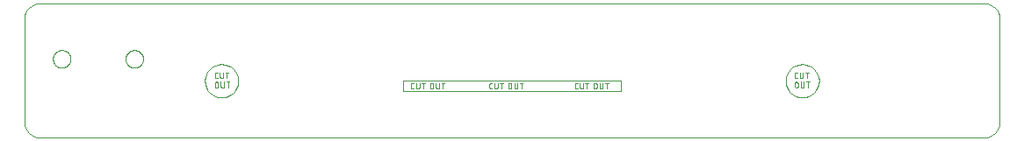
<source format=gbp>
G04 EAGLE Gerber RS-274X export*
G75*
%MOMM*%
%FSLAX34Y34*%
%LPD*%
%INSolder paste bottom*%
%IPPOS*%
%AMOC8*
5,1,8,0,0,1.08239X$1,22.5*%
G01*
%ADD10C,0.001000*%
%ADD11C,0.050800*%
%ADD12C,0.000000*%


D10*
X23631Y143928D02*
X933481Y143928D01*
X936509Y143620D01*
X939335Y142739D01*
X941895Y141345D01*
X944128Y139500D01*
X945973Y137267D01*
X947367Y134707D01*
X948248Y131881D01*
X948556Y128853D01*
X948556Y29003D01*
X948248Y25975D01*
X947367Y23149D01*
X945973Y20589D01*
X944128Y18356D01*
X941895Y16511D01*
X939335Y15117D01*
X936509Y14236D01*
X933481Y13928D01*
X23631Y13928D01*
X20603Y14236D01*
X17777Y15117D01*
X15217Y16511D01*
X12984Y18356D01*
X11139Y20589D01*
X9745Y23149D01*
X8864Y25975D01*
X8556Y29003D01*
X8556Y128853D01*
X8864Y131881D01*
X9745Y134707D01*
X11139Y137267D01*
X12984Y139500D01*
X15217Y141345D01*
X17777Y142739D01*
X20603Y143620D01*
X23631Y143928D01*
X758556Y84978D02*
X761791Y84652D01*
X764803Y83717D01*
X767530Y82237D01*
X769905Y80277D01*
X771865Y77902D01*
X773345Y75175D01*
X774280Y72163D01*
X774606Y68928D01*
X774280Y65693D01*
X773345Y62681D01*
X771865Y59954D01*
X769905Y57579D01*
X767530Y55619D01*
X764803Y54139D01*
X761791Y53204D01*
X758556Y52878D01*
X755321Y53204D01*
X752309Y54139D01*
X749582Y55619D01*
X747207Y57579D01*
X745247Y59954D01*
X743767Y62681D01*
X742832Y65693D01*
X742506Y68928D01*
X742832Y72163D01*
X743767Y75175D01*
X745247Y77902D01*
X747207Y80277D01*
X749582Y82237D01*
X752309Y83717D01*
X755321Y84652D01*
X758556Y84978D01*
X201791Y84652D02*
X198556Y84978D01*
X201791Y84652D02*
X204803Y83717D01*
X207530Y82237D01*
X209905Y80277D01*
X211865Y77902D01*
X213345Y75175D01*
X214280Y72163D01*
X214606Y68928D01*
X214280Y65693D01*
X213345Y62681D01*
X211865Y59954D01*
X209905Y57579D01*
X207530Y55619D01*
X204803Y54139D01*
X201791Y53204D01*
X198556Y52878D01*
X195321Y53204D01*
X192309Y54139D01*
X189582Y55619D01*
X187207Y57579D01*
X185247Y59954D01*
X183767Y62681D01*
X182832Y65693D01*
X182506Y68928D01*
X182832Y72163D01*
X183767Y75175D01*
X185247Y77902D01*
X187207Y80277D01*
X189582Y82237D01*
X192309Y83717D01*
X195321Y84652D01*
X198556Y84978D01*
X373556Y58928D02*
X583556Y58928D01*
X583556Y68928D01*
X373556Y68928D01*
X373556Y58928D01*
X755425Y84670D02*
X758556Y84978D01*
X755425Y84670D02*
X752414Y83756D01*
X749639Y82273D01*
X747207Y80277D01*
X745211Y77845D01*
X743728Y75070D01*
X742814Y72059D01*
X742506Y68928D01*
X742814Y65797D01*
X743728Y62786D01*
X745211Y60011D01*
X747207Y57579D01*
X749639Y55583D01*
X752414Y54100D01*
X755425Y53186D01*
X758556Y52878D01*
X761687Y53186D01*
X764698Y54100D01*
X767473Y55583D01*
X769905Y57579D01*
X771901Y60011D01*
X773384Y62786D01*
X774298Y65797D01*
X774606Y68928D01*
X774298Y72059D01*
X773384Y75070D01*
X771901Y77845D01*
X769905Y80277D01*
X767473Y82273D01*
X764698Y83756D01*
X761687Y84670D01*
X758556Y84978D01*
X198556Y84978D02*
X195425Y84670D01*
X192414Y83756D01*
X189639Y82273D01*
X187207Y80277D01*
X185211Y77845D01*
X183728Y75070D01*
X182814Y72059D01*
X182506Y68928D01*
X182814Y65797D01*
X183728Y62786D01*
X185211Y60011D01*
X187207Y57579D01*
X189639Y55583D01*
X192414Y54100D01*
X195425Y53186D01*
X198556Y52878D01*
X201687Y53186D01*
X204698Y54100D01*
X207473Y55583D01*
X209905Y57579D01*
X211901Y60011D01*
X213384Y62786D01*
X214298Y65797D01*
X214606Y68928D01*
X214298Y72059D01*
X213384Y75070D01*
X211901Y77845D01*
X209905Y80277D01*
X207473Y82273D01*
X204698Y83756D01*
X201687Y84670D01*
X198556Y84978D01*
D11*
X194738Y71398D02*
X193496Y71398D01*
X193426Y71400D01*
X193357Y71406D01*
X193288Y71416D01*
X193220Y71429D01*
X193152Y71447D01*
X193086Y71468D01*
X193021Y71493D01*
X192957Y71521D01*
X192895Y71553D01*
X192835Y71588D01*
X192777Y71627D01*
X192722Y71669D01*
X192668Y71714D01*
X192618Y71762D01*
X192570Y71812D01*
X192525Y71866D01*
X192483Y71921D01*
X192444Y71979D01*
X192409Y72039D01*
X192377Y72101D01*
X192349Y72165D01*
X192324Y72230D01*
X192303Y72296D01*
X192285Y72364D01*
X192272Y72432D01*
X192262Y72501D01*
X192256Y72570D01*
X192254Y72640D01*
X192254Y75744D01*
X192256Y75814D01*
X192262Y75883D01*
X192272Y75952D01*
X192285Y76020D01*
X192303Y76088D01*
X192324Y76154D01*
X192349Y76219D01*
X192377Y76283D01*
X192409Y76345D01*
X192444Y76405D01*
X192483Y76463D01*
X192525Y76518D01*
X192570Y76572D01*
X192618Y76622D01*
X192668Y76670D01*
X192722Y76715D01*
X192777Y76757D01*
X192835Y76796D01*
X192895Y76831D01*
X192957Y76863D01*
X193021Y76891D01*
X193086Y76916D01*
X193152Y76937D01*
X193220Y76955D01*
X193288Y76968D01*
X193357Y76978D01*
X193426Y76984D01*
X193496Y76986D01*
X194738Y76986D01*
X197025Y76986D02*
X197025Y72950D01*
X197027Y72873D01*
X197033Y72795D01*
X197042Y72719D01*
X197056Y72642D01*
X197073Y72567D01*
X197094Y72493D01*
X197119Y72419D01*
X197147Y72347D01*
X197179Y72277D01*
X197214Y72208D01*
X197253Y72141D01*
X197295Y72076D01*
X197340Y72013D01*
X197388Y71952D01*
X197439Y71894D01*
X197493Y71839D01*
X197550Y71786D01*
X197609Y71737D01*
X197671Y71690D01*
X197735Y71646D01*
X197801Y71606D01*
X197869Y71569D01*
X197939Y71535D01*
X198010Y71505D01*
X198083Y71479D01*
X198157Y71456D01*
X198232Y71437D01*
X198307Y71422D01*
X198384Y71410D01*
X198461Y71402D01*
X198538Y71398D01*
X198616Y71398D01*
X198693Y71402D01*
X198770Y71410D01*
X198847Y71422D01*
X198922Y71437D01*
X198997Y71456D01*
X199071Y71479D01*
X199144Y71505D01*
X199215Y71535D01*
X199285Y71569D01*
X199353Y71606D01*
X199419Y71646D01*
X199483Y71690D01*
X199545Y71737D01*
X199604Y71786D01*
X199661Y71839D01*
X199715Y71894D01*
X199766Y71952D01*
X199814Y72013D01*
X199859Y72076D01*
X199901Y72141D01*
X199940Y72208D01*
X199975Y72277D01*
X200007Y72347D01*
X200035Y72419D01*
X200060Y72493D01*
X200081Y72567D01*
X200098Y72642D01*
X200112Y72719D01*
X200121Y72795D01*
X200127Y72873D01*
X200129Y72950D01*
X200130Y72950D02*
X200130Y76986D01*
X203881Y76986D02*
X203881Y71398D01*
X202329Y76986D02*
X205433Y76986D01*
X192254Y66290D02*
X192254Y63806D01*
X192254Y66290D02*
X192256Y66367D01*
X192262Y66445D01*
X192271Y66521D01*
X192285Y66598D01*
X192302Y66673D01*
X192323Y66747D01*
X192348Y66821D01*
X192376Y66893D01*
X192408Y66963D01*
X192443Y67032D01*
X192482Y67099D01*
X192524Y67164D01*
X192569Y67227D01*
X192617Y67288D01*
X192668Y67346D01*
X192722Y67401D01*
X192779Y67454D01*
X192838Y67503D01*
X192900Y67550D01*
X192964Y67594D01*
X193030Y67634D01*
X193098Y67671D01*
X193168Y67705D01*
X193239Y67735D01*
X193312Y67761D01*
X193386Y67784D01*
X193461Y67803D01*
X193536Y67818D01*
X193613Y67830D01*
X193690Y67838D01*
X193767Y67842D01*
X193845Y67842D01*
X193922Y67838D01*
X193999Y67830D01*
X194076Y67818D01*
X194151Y67803D01*
X194226Y67784D01*
X194300Y67761D01*
X194373Y67735D01*
X194444Y67705D01*
X194514Y67671D01*
X194582Y67634D01*
X194648Y67594D01*
X194712Y67550D01*
X194774Y67503D01*
X194833Y67454D01*
X194890Y67401D01*
X194944Y67346D01*
X194995Y67288D01*
X195043Y67227D01*
X195088Y67164D01*
X195130Y67099D01*
X195169Y67032D01*
X195204Y66963D01*
X195236Y66893D01*
X195264Y66821D01*
X195289Y66747D01*
X195310Y66673D01*
X195327Y66598D01*
X195341Y66521D01*
X195350Y66445D01*
X195356Y66367D01*
X195358Y66290D01*
X195358Y63806D01*
X195356Y63729D01*
X195350Y63651D01*
X195341Y63575D01*
X195327Y63498D01*
X195310Y63423D01*
X195289Y63349D01*
X195264Y63275D01*
X195236Y63203D01*
X195204Y63133D01*
X195169Y63064D01*
X195130Y62997D01*
X195088Y62932D01*
X195043Y62869D01*
X194995Y62808D01*
X194944Y62750D01*
X194890Y62695D01*
X194833Y62642D01*
X194774Y62593D01*
X194712Y62546D01*
X194648Y62502D01*
X194582Y62462D01*
X194514Y62425D01*
X194444Y62391D01*
X194373Y62361D01*
X194300Y62335D01*
X194226Y62312D01*
X194151Y62293D01*
X194076Y62278D01*
X193999Y62266D01*
X193922Y62258D01*
X193845Y62254D01*
X193767Y62254D01*
X193690Y62258D01*
X193613Y62266D01*
X193536Y62278D01*
X193461Y62293D01*
X193386Y62312D01*
X193312Y62335D01*
X193239Y62361D01*
X193168Y62391D01*
X193098Y62425D01*
X193030Y62462D01*
X192964Y62502D01*
X192900Y62546D01*
X192838Y62593D01*
X192779Y62642D01*
X192722Y62695D01*
X192668Y62750D01*
X192617Y62808D01*
X192569Y62869D01*
X192524Y62932D01*
X192482Y62997D01*
X192443Y63064D01*
X192408Y63133D01*
X192376Y63203D01*
X192348Y63275D01*
X192323Y63349D01*
X192302Y63423D01*
X192285Y63498D01*
X192271Y63575D01*
X192262Y63651D01*
X192256Y63729D01*
X192254Y63806D01*
X197923Y63806D02*
X197923Y67842D01*
X197923Y63806D02*
X197925Y63729D01*
X197931Y63651D01*
X197940Y63575D01*
X197954Y63498D01*
X197971Y63423D01*
X197992Y63349D01*
X198017Y63275D01*
X198045Y63203D01*
X198077Y63133D01*
X198112Y63064D01*
X198151Y62997D01*
X198193Y62932D01*
X198238Y62869D01*
X198286Y62808D01*
X198337Y62750D01*
X198391Y62695D01*
X198448Y62642D01*
X198507Y62593D01*
X198569Y62546D01*
X198633Y62502D01*
X198699Y62462D01*
X198767Y62425D01*
X198837Y62391D01*
X198908Y62361D01*
X198981Y62335D01*
X199055Y62312D01*
X199130Y62293D01*
X199205Y62278D01*
X199282Y62266D01*
X199359Y62258D01*
X199436Y62254D01*
X199514Y62254D01*
X199591Y62258D01*
X199668Y62266D01*
X199745Y62278D01*
X199820Y62293D01*
X199895Y62312D01*
X199969Y62335D01*
X200042Y62361D01*
X200113Y62391D01*
X200183Y62425D01*
X200251Y62462D01*
X200317Y62502D01*
X200381Y62546D01*
X200443Y62593D01*
X200502Y62642D01*
X200559Y62695D01*
X200613Y62750D01*
X200664Y62808D01*
X200712Y62869D01*
X200757Y62932D01*
X200799Y62997D01*
X200838Y63064D01*
X200873Y63133D01*
X200905Y63203D01*
X200933Y63275D01*
X200958Y63349D01*
X200979Y63423D01*
X200996Y63498D01*
X201010Y63575D01*
X201019Y63651D01*
X201025Y63729D01*
X201027Y63806D01*
X201028Y63806D02*
X201028Y67842D01*
X204779Y67842D02*
X204779Y62254D01*
X203227Y67842D02*
X206331Y67842D01*
X752496Y71398D02*
X753738Y71398D01*
X752496Y71398D02*
X752426Y71400D01*
X752357Y71406D01*
X752288Y71416D01*
X752220Y71429D01*
X752152Y71447D01*
X752086Y71468D01*
X752021Y71493D01*
X751957Y71521D01*
X751895Y71553D01*
X751835Y71588D01*
X751777Y71627D01*
X751722Y71669D01*
X751668Y71714D01*
X751618Y71762D01*
X751570Y71812D01*
X751525Y71866D01*
X751483Y71921D01*
X751444Y71979D01*
X751409Y72039D01*
X751377Y72101D01*
X751349Y72165D01*
X751324Y72230D01*
X751303Y72296D01*
X751285Y72364D01*
X751272Y72432D01*
X751262Y72501D01*
X751256Y72570D01*
X751254Y72640D01*
X751254Y75744D01*
X751256Y75814D01*
X751262Y75883D01*
X751272Y75952D01*
X751285Y76020D01*
X751303Y76088D01*
X751324Y76154D01*
X751349Y76219D01*
X751377Y76283D01*
X751409Y76345D01*
X751444Y76405D01*
X751483Y76463D01*
X751525Y76518D01*
X751570Y76572D01*
X751618Y76622D01*
X751668Y76670D01*
X751722Y76715D01*
X751777Y76757D01*
X751835Y76796D01*
X751895Y76831D01*
X751957Y76863D01*
X752021Y76891D01*
X752086Y76916D01*
X752152Y76937D01*
X752220Y76955D01*
X752288Y76968D01*
X752357Y76978D01*
X752426Y76984D01*
X752496Y76986D01*
X753738Y76986D01*
X756025Y76986D02*
X756025Y72950D01*
X756027Y72873D01*
X756033Y72795D01*
X756042Y72719D01*
X756056Y72642D01*
X756073Y72567D01*
X756094Y72493D01*
X756119Y72419D01*
X756147Y72347D01*
X756179Y72277D01*
X756214Y72208D01*
X756253Y72141D01*
X756295Y72076D01*
X756340Y72013D01*
X756388Y71952D01*
X756439Y71894D01*
X756493Y71839D01*
X756550Y71786D01*
X756609Y71737D01*
X756671Y71690D01*
X756735Y71646D01*
X756801Y71606D01*
X756869Y71569D01*
X756939Y71535D01*
X757010Y71505D01*
X757083Y71479D01*
X757157Y71456D01*
X757232Y71437D01*
X757307Y71422D01*
X757384Y71410D01*
X757461Y71402D01*
X757538Y71398D01*
X757616Y71398D01*
X757693Y71402D01*
X757770Y71410D01*
X757847Y71422D01*
X757922Y71437D01*
X757997Y71456D01*
X758071Y71479D01*
X758144Y71505D01*
X758215Y71535D01*
X758285Y71569D01*
X758353Y71606D01*
X758419Y71646D01*
X758483Y71690D01*
X758545Y71737D01*
X758604Y71786D01*
X758661Y71839D01*
X758715Y71894D01*
X758766Y71952D01*
X758814Y72013D01*
X758859Y72076D01*
X758901Y72141D01*
X758940Y72208D01*
X758975Y72277D01*
X759007Y72347D01*
X759035Y72419D01*
X759060Y72493D01*
X759081Y72567D01*
X759098Y72642D01*
X759112Y72719D01*
X759121Y72795D01*
X759127Y72873D01*
X759129Y72950D01*
X759130Y72950D02*
X759130Y76986D01*
X762881Y76986D02*
X762881Y71398D01*
X761329Y76986D02*
X764433Y76986D01*
X751254Y66290D02*
X751254Y63806D01*
X751254Y66290D02*
X751256Y66367D01*
X751262Y66445D01*
X751271Y66521D01*
X751285Y66598D01*
X751302Y66673D01*
X751323Y66747D01*
X751348Y66821D01*
X751376Y66893D01*
X751408Y66963D01*
X751443Y67032D01*
X751482Y67099D01*
X751524Y67164D01*
X751569Y67227D01*
X751617Y67288D01*
X751668Y67346D01*
X751722Y67401D01*
X751779Y67454D01*
X751838Y67503D01*
X751900Y67550D01*
X751964Y67594D01*
X752030Y67634D01*
X752098Y67671D01*
X752168Y67705D01*
X752239Y67735D01*
X752312Y67761D01*
X752386Y67784D01*
X752461Y67803D01*
X752536Y67818D01*
X752613Y67830D01*
X752690Y67838D01*
X752767Y67842D01*
X752845Y67842D01*
X752922Y67838D01*
X752999Y67830D01*
X753076Y67818D01*
X753151Y67803D01*
X753226Y67784D01*
X753300Y67761D01*
X753373Y67735D01*
X753444Y67705D01*
X753514Y67671D01*
X753582Y67634D01*
X753648Y67594D01*
X753712Y67550D01*
X753774Y67503D01*
X753833Y67454D01*
X753890Y67401D01*
X753944Y67346D01*
X753995Y67288D01*
X754043Y67227D01*
X754088Y67164D01*
X754130Y67099D01*
X754169Y67032D01*
X754204Y66963D01*
X754236Y66893D01*
X754264Y66821D01*
X754289Y66747D01*
X754310Y66673D01*
X754327Y66598D01*
X754341Y66521D01*
X754350Y66445D01*
X754356Y66367D01*
X754358Y66290D01*
X754358Y63806D01*
X754356Y63729D01*
X754350Y63651D01*
X754341Y63575D01*
X754327Y63498D01*
X754310Y63423D01*
X754289Y63349D01*
X754264Y63275D01*
X754236Y63203D01*
X754204Y63133D01*
X754169Y63064D01*
X754130Y62997D01*
X754088Y62932D01*
X754043Y62869D01*
X753995Y62808D01*
X753944Y62750D01*
X753890Y62695D01*
X753833Y62642D01*
X753774Y62593D01*
X753712Y62546D01*
X753648Y62502D01*
X753582Y62462D01*
X753514Y62425D01*
X753444Y62391D01*
X753373Y62361D01*
X753300Y62335D01*
X753226Y62312D01*
X753151Y62293D01*
X753076Y62278D01*
X752999Y62266D01*
X752922Y62258D01*
X752845Y62254D01*
X752767Y62254D01*
X752690Y62258D01*
X752613Y62266D01*
X752536Y62278D01*
X752461Y62293D01*
X752386Y62312D01*
X752312Y62335D01*
X752239Y62361D01*
X752168Y62391D01*
X752098Y62425D01*
X752030Y62462D01*
X751964Y62502D01*
X751900Y62546D01*
X751838Y62593D01*
X751779Y62642D01*
X751722Y62695D01*
X751668Y62750D01*
X751617Y62808D01*
X751569Y62869D01*
X751524Y62932D01*
X751482Y62997D01*
X751443Y63064D01*
X751408Y63133D01*
X751376Y63203D01*
X751348Y63275D01*
X751323Y63349D01*
X751302Y63423D01*
X751285Y63498D01*
X751271Y63575D01*
X751262Y63651D01*
X751256Y63729D01*
X751254Y63806D01*
X756923Y63806D02*
X756923Y67842D01*
X756923Y63806D02*
X756925Y63729D01*
X756931Y63651D01*
X756940Y63575D01*
X756954Y63498D01*
X756971Y63423D01*
X756992Y63349D01*
X757017Y63275D01*
X757045Y63203D01*
X757077Y63133D01*
X757112Y63064D01*
X757151Y62997D01*
X757193Y62932D01*
X757238Y62869D01*
X757286Y62808D01*
X757337Y62750D01*
X757391Y62695D01*
X757448Y62642D01*
X757507Y62593D01*
X757569Y62546D01*
X757633Y62502D01*
X757699Y62462D01*
X757767Y62425D01*
X757837Y62391D01*
X757908Y62361D01*
X757981Y62335D01*
X758055Y62312D01*
X758130Y62293D01*
X758205Y62278D01*
X758282Y62266D01*
X758359Y62258D01*
X758436Y62254D01*
X758514Y62254D01*
X758591Y62258D01*
X758668Y62266D01*
X758745Y62278D01*
X758820Y62293D01*
X758895Y62312D01*
X758969Y62335D01*
X759042Y62361D01*
X759113Y62391D01*
X759183Y62425D01*
X759251Y62462D01*
X759317Y62502D01*
X759381Y62546D01*
X759443Y62593D01*
X759502Y62642D01*
X759559Y62695D01*
X759613Y62750D01*
X759664Y62808D01*
X759712Y62869D01*
X759757Y62932D01*
X759799Y62997D01*
X759838Y63064D01*
X759873Y63133D01*
X759905Y63203D01*
X759933Y63275D01*
X759958Y63349D01*
X759979Y63423D01*
X759996Y63498D01*
X760010Y63575D01*
X760019Y63651D01*
X760025Y63729D01*
X760027Y63806D01*
X760028Y63806D02*
X760028Y67842D01*
X763779Y67842D02*
X763779Y62254D01*
X762227Y67842D02*
X765331Y67842D01*
X383965Y61278D02*
X382724Y61278D01*
X382724Y61277D02*
X382654Y61279D01*
X382585Y61285D01*
X382516Y61295D01*
X382448Y61308D01*
X382380Y61326D01*
X382314Y61347D01*
X382249Y61372D01*
X382185Y61400D01*
X382123Y61432D01*
X382063Y61467D01*
X382005Y61506D01*
X381950Y61548D01*
X381896Y61593D01*
X381846Y61641D01*
X381798Y61691D01*
X381753Y61745D01*
X381711Y61800D01*
X381672Y61858D01*
X381637Y61918D01*
X381605Y61980D01*
X381577Y62044D01*
X381552Y62109D01*
X381531Y62175D01*
X381513Y62243D01*
X381500Y62311D01*
X381490Y62380D01*
X381484Y62449D01*
X381482Y62519D01*
X381482Y65624D01*
X381484Y65694D01*
X381490Y65763D01*
X381500Y65832D01*
X381513Y65900D01*
X381531Y65968D01*
X381552Y66034D01*
X381577Y66099D01*
X381605Y66163D01*
X381637Y66225D01*
X381672Y66285D01*
X381711Y66343D01*
X381753Y66398D01*
X381798Y66452D01*
X381846Y66502D01*
X381896Y66550D01*
X381950Y66595D01*
X382005Y66637D01*
X382063Y66676D01*
X382123Y66711D01*
X382185Y66743D01*
X382249Y66771D01*
X382314Y66796D01*
X382380Y66817D01*
X382448Y66835D01*
X382516Y66848D01*
X382585Y66858D01*
X382654Y66864D01*
X382724Y66866D01*
X383965Y66866D01*
X386253Y66866D02*
X386253Y62830D01*
X386255Y62753D01*
X386261Y62675D01*
X386270Y62599D01*
X386284Y62522D01*
X386301Y62447D01*
X386322Y62373D01*
X386347Y62299D01*
X386375Y62227D01*
X386407Y62157D01*
X386442Y62088D01*
X386481Y62021D01*
X386523Y61956D01*
X386568Y61893D01*
X386616Y61832D01*
X386667Y61774D01*
X386721Y61719D01*
X386778Y61666D01*
X386837Y61617D01*
X386899Y61570D01*
X386963Y61526D01*
X387029Y61486D01*
X387097Y61449D01*
X387167Y61415D01*
X387238Y61385D01*
X387311Y61359D01*
X387385Y61336D01*
X387460Y61317D01*
X387535Y61302D01*
X387612Y61290D01*
X387689Y61282D01*
X387766Y61278D01*
X387844Y61278D01*
X387921Y61282D01*
X387998Y61290D01*
X388075Y61302D01*
X388150Y61317D01*
X388225Y61336D01*
X388299Y61359D01*
X388372Y61385D01*
X388443Y61415D01*
X388513Y61449D01*
X388581Y61486D01*
X388647Y61526D01*
X388711Y61570D01*
X388773Y61617D01*
X388832Y61666D01*
X388889Y61719D01*
X388943Y61774D01*
X388994Y61832D01*
X389042Y61893D01*
X389087Y61956D01*
X389129Y62021D01*
X389168Y62088D01*
X389203Y62157D01*
X389235Y62227D01*
X389263Y62299D01*
X389288Y62373D01*
X389309Y62447D01*
X389326Y62522D01*
X389340Y62599D01*
X389349Y62675D01*
X389355Y62753D01*
X389357Y62830D01*
X389357Y66866D01*
X393109Y66866D02*
X393109Y61278D01*
X391556Y66866D02*
X394661Y66866D01*
X399603Y65313D02*
X399603Y62830D01*
X399603Y65313D02*
X399605Y65390D01*
X399611Y65468D01*
X399620Y65544D01*
X399634Y65621D01*
X399651Y65696D01*
X399672Y65770D01*
X399697Y65844D01*
X399725Y65916D01*
X399757Y65986D01*
X399792Y66055D01*
X399831Y66122D01*
X399873Y66187D01*
X399918Y66250D01*
X399966Y66311D01*
X400017Y66369D01*
X400071Y66424D01*
X400128Y66477D01*
X400187Y66526D01*
X400249Y66573D01*
X400313Y66617D01*
X400379Y66657D01*
X400447Y66694D01*
X400517Y66728D01*
X400588Y66758D01*
X400661Y66784D01*
X400735Y66807D01*
X400810Y66826D01*
X400885Y66841D01*
X400962Y66853D01*
X401039Y66861D01*
X401116Y66865D01*
X401194Y66865D01*
X401271Y66861D01*
X401348Y66853D01*
X401425Y66841D01*
X401500Y66826D01*
X401575Y66807D01*
X401649Y66784D01*
X401722Y66758D01*
X401793Y66728D01*
X401863Y66694D01*
X401931Y66657D01*
X401997Y66617D01*
X402061Y66573D01*
X402123Y66526D01*
X402182Y66477D01*
X402239Y66424D01*
X402293Y66369D01*
X402344Y66311D01*
X402392Y66250D01*
X402437Y66187D01*
X402479Y66122D01*
X402518Y66055D01*
X402553Y65986D01*
X402585Y65916D01*
X402613Y65844D01*
X402638Y65770D01*
X402659Y65696D01*
X402676Y65621D01*
X402690Y65544D01*
X402699Y65468D01*
X402705Y65390D01*
X402707Y65313D01*
X402707Y62830D01*
X402705Y62753D01*
X402699Y62675D01*
X402690Y62599D01*
X402676Y62522D01*
X402659Y62447D01*
X402638Y62373D01*
X402613Y62299D01*
X402585Y62227D01*
X402553Y62157D01*
X402518Y62088D01*
X402479Y62021D01*
X402437Y61956D01*
X402392Y61893D01*
X402344Y61832D01*
X402293Y61774D01*
X402239Y61719D01*
X402182Y61666D01*
X402123Y61617D01*
X402061Y61570D01*
X401997Y61526D01*
X401931Y61486D01*
X401863Y61449D01*
X401793Y61415D01*
X401722Y61385D01*
X401649Y61359D01*
X401575Y61336D01*
X401500Y61317D01*
X401425Y61302D01*
X401348Y61290D01*
X401271Y61282D01*
X401194Y61278D01*
X401116Y61278D01*
X401039Y61282D01*
X400962Y61290D01*
X400885Y61302D01*
X400810Y61317D01*
X400735Y61336D01*
X400661Y61359D01*
X400588Y61385D01*
X400517Y61415D01*
X400447Y61449D01*
X400379Y61486D01*
X400313Y61526D01*
X400249Y61570D01*
X400187Y61617D01*
X400128Y61666D01*
X400071Y61719D01*
X400017Y61774D01*
X399966Y61832D01*
X399918Y61893D01*
X399873Y61956D01*
X399831Y62021D01*
X399792Y62088D01*
X399757Y62157D01*
X399725Y62227D01*
X399697Y62299D01*
X399672Y62373D01*
X399651Y62447D01*
X399634Y62522D01*
X399620Y62599D01*
X399611Y62675D01*
X399605Y62753D01*
X399603Y62830D01*
X405272Y62830D02*
X405272Y66866D01*
X405273Y62830D02*
X405275Y62753D01*
X405281Y62675D01*
X405290Y62599D01*
X405304Y62522D01*
X405321Y62447D01*
X405342Y62373D01*
X405367Y62299D01*
X405395Y62227D01*
X405427Y62157D01*
X405462Y62088D01*
X405501Y62021D01*
X405543Y61956D01*
X405588Y61893D01*
X405636Y61832D01*
X405687Y61774D01*
X405741Y61719D01*
X405798Y61666D01*
X405857Y61617D01*
X405919Y61570D01*
X405983Y61526D01*
X406049Y61486D01*
X406117Y61449D01*
X406187Y61415D01*
X406258Y61385D01*
X406331Y61359D01*
X406405Y61336D01*
X406480Y61317D01*
X406555Y61302D01*
X406632Y61290D01*
X406709Y61282D01*
X406786Y61278D01*
X406864Y61278D01*
X406941Y61282D01*
X407018Y61290D01*
X407095Y61302D01*
X407170Y61317D01*
X407245Y61336D01*
X407319Y61359D01*
X407392Y61385D01*
X407463Y61415D01*
X407533Y61449D01*
X407601Y61486D01*
X407667Y61526D01*
X407731Y61570D01*
X407793Y61617D01*
X407852Y61666D01*
X407909Y61719D01*
X407963Y61774D01*
X408014Y61832D01*
X408062Y61893D01*
X408107Y61956D01*
X408149Y62021D01*
X408188Y62088D01*
X408223Y62157D01*
X408255Y62227D01*
X408283Y62299D01*
X408308Y62373D01*
X408329Y62447D01*
X408346Y62522D01*
X408360Y62599D01*
X408369Y62675D01*
X408375Y62753D01*
X408377Y62830D01*
X408377Y66866D01*
X412128Y66866D02*
X412128Y61278D01*
X410576Y66866D02*
X413680Y66866D01*
X540496Y61254D02*
X541738Y61254D01*
X540496Y61254D02*
X540426Y61256D01*
X540357Y61262D01*
X540288Y61272D01*
X540220Y61285D01*
X540152Y61303D01*
X540086Y61324D01*
X540021Y61349D01*
X539957Y61377D01*
X539895Y61409D01*
X539835Y61444D01*
X539777Y61483D01*
X539722Y61525D01*
X539668Y61570D01*
X539618Y61618D01*
X539570Y61668D01*
X539525Y61722D01*
X539483Y61777D01*
X539444Y61835D01*
X539409Y61895D01*
X539377Y61957D01*
X539349Y62021D01*
X539324Y62086D01*
X539303Y62152D01*
X539285Y62220D01*
X539272Y62288D01*
X539262Y62357D01*
X539256Y62426D01*
X539254Y62496D01*
X539254Y65600D01*
X539256Y65670D01*
X539262Y65739D01*
X539272Y65808D01*
X539285Y65876D01*
X539303Y65944D01*
X539324Y66010D01*
X539349Y66075D01*
X539377Y66139D01*
X539409Y66201D01*
X539444Y66261D01*
X539483Y66319D01*
X539525Y66374D01*
X539570Y66428D01*
X539618Y66478D01*
X539668Y66526D01*
X539722Y66571D01*
X539777Y66613D01*
X539835Y66652D01*
X539895Y66687D01*
X539957Y66719D01*
X540021Y66747D01*
X540086Y66772D01*
X540152Y66793D01*
X540220Y66811D01*
X540288Y66824D01*
X540357Y66834D01*
X540426Y66840D01*
X540496Y66842D01*
X541738Y66842D01*
X544025Y66842D02*
X544025Y62806D01*
X544027Y62729D01*
X544033Y62651D01*
X544042Y62575D01*
X544056Y62498D01*
X544073Y62423D01*
X544094Y62349D01*
X544119Y62275D01*
X544147Y62203D01*
X544179Y62133D01*
X544214Y62064D01*
X544253Y61997D01*
X544295Y61932D01*
X544340Y61869D01*
X544388Y61808D01*
X544439Y61750D01*
X544493Y61695D01*
X544550Y61642D01*
X544609Y61593D01*
X544671Y61546D01*
X544735Y61502D01*
X544801Y61462D01*
X544869Y61425D01*
X544939Y61391D01*
X545010Y61361D01*
X545083Y61335D01*
X545157Y61312D01*
X545232Y61293D01*
X545307Y61278D01*
X545384Y61266D01*
X545461Y61258D01*
X545538Y61254D01*
X545616Y61254D01*
X545693Y61258D01*
X545770Y61266D01*
X545847Y61278D01*
X545922Y61293D01*
X545997Y61312D01*
X546071Y61335D01*
X546144Y61361D01*
X546215Y61391D01*
X546285Y61425D01*
X546353Y61462D01*
X546419Y61502D01*
X546483Y61546D01*
X546545Y61593D01*
X546604Y61642D01*
X546661Y61695D01*
X546715Y61750D01*
X546766Y61808D01*
X546814Y61869D01*
X546859Y61932D01*
X546901Y61997D01*
X546940Y62064D01*
X546975Y62133D01*
X547007Y62203D01*
X547035Y62275D01*
X547060Y62349D01*
X547081Y62423D01*
X547098Y62498D01*
X547112Y62575D01*
X547121Y62651D01*
X547127Y62729D01*
X547129Y62806D01*
X547130Y62806D02*
X547130Y66842D01*
X550881Y66842D02*
X550881Y61254D01*
X549329Y66842D02*
X552433Y66842D01*
X557375Y65290D02*
X557375Y62806D01*
X557375Y65290D02*
X557377Y65367D01*
X557383Y65445D01*
X557392Y65521D01*
X557406Y65598D01*
X557423Y65673D01*
X557444Y65747D01*
X557469Y65821D01*
X557497Y65893D01*
X557529Y65963D01*
X557564Y66032D01*
X557603Y66099D01*
X557645Y66164D01*
X557690Y66227D01*
X557738Y66288D01*
X557789Y66346D01*
X557843Y66401D01*
X557900Y66454D01*
X557959Y66503D01*
X558021Y66550D01*
X558085Y66594D01*
X558151Y66634D01*
X558219Y66671D01*
X558289Y66705D01*
X558360Y66735D01*
X558433Y66761D01*
X558507Y66784D01*
X558582Y66803D01*
X558657Y66818D01*
X558734Y66830D01*
X558811Y66838D01*
X558888Y66842D01*
X558966Y66842D01*
X559043Y66838D01*
X559120Y66830D01*
X559197Y66818D01*
X559272Y66803D01*
X559347Y66784D01*
X559421Y66761D01*
X559494Y66735D01*
X559565Y66705D01*
X559635Y66671D01*
X559703Y66634D01*
X559769Y66594D01*
X559833Y66550D01*
X559895Y66503D01*
X559954Y66454D01*
X560011Y66401D01*
X560065Y66346D01*
X560116Y66288D01*
X560164Y66227D01*
X560209Y66164D01*
X560251Y66099D01*
X560290Y66032D01*
X560325Y65963D01*
X560357Y65893D01*
X560385Y65821D01*
X560410Y65747D01*
X560431Y65673D01*
X560448Y65598D01*
X560462Y65521D01*
X560471Y65445D01*
X560477Y65367D01*
X560479Y65290D01*
X560480Y65290D02*
X560480Y62806D01*
X560479Y62806D02*
X560477Y62729D01*
X560471Y62651D01*
X560462Y62575D01*
X560448Y62498D01*
X560431Y62423D01*
X560410Y62349D01*
X560385Y62275D01*
X560357Y62203D01*
X560325Y62133D01*
X560290Y62064D01*
X560251Y61997D01*
X560209Y61932D01*
X560164Y61869D01*
X560116Y61808D01*
X560065Y61750D01*
X560011Y61695D01*
X559954Y61642D01*
X559895Y61593D01*
X559833Y61546D01*
X559769Y61502D01*
X559703Y61462D01*
X559635Y61425D01*
X559565Y61391D01*
X559494Y61361D01*
X559421Y61335D01*
X559347Y61312D01*
X559272Y61293D01*
X559197Y61278D01*
X559120Y61266D01*
X559043Y61258D01*
X558966Y61254D01*
X558888Y61254D01*
X558811Y61258D01*
X558734Y61266D01*
X558657Y61278D01*
X558582Y61293D01*
X558507Y61312D01*
X558433Y61335D01*
X558360Y61361D01*
X558289Y61391D01*
X558219Y61425D01*
X558151Y61462D01*
X558085Y61502D01*
X558021Y61546D01*
X557959Y61593D01*
X557900Y61642D01*
X557843Y61695D01*
X557789Y61750D01*
X557738Y61808D01*
X557690Y61869D01*
X557645Y61932D01*
X557603Y61997D01*
X557564Y62064D01*
X557529Y62133D01*
X557497Y62203D01*
X557469Y62275D01*
X557444Y62349D01*
X557423Y62423D01*
X557406Y62498D01*
X557392Y62575D01*
X557383Y62651D01*
X557377Y62729D01*
X557375Y62806D01*
X563045Y62806D02*
X563045Y66842D01*
X563045Y62806D02*
X563047Y62729D01*
X563053Y62651D01*
X563062Y62575D01*
X563076Y62498D01*
X563093Y62423D01*
X563114Y62349D01*
X563139Y62275D01*
X563167Y62203D01*
X563199Y62133D01*
X563234Y62064D01*
X563273Y61997D01*
X563315Y61932D01*
X563360Y61869D01*
X563408Y61808D01*
X563459Y61750D01*
X563513Y61695D01*
X563570Y61642D01*
X563629Y61593D01*
X563691Y61546D01*
X563755Y61502D01*
X563821Y61462D01*
X563889Y61425D01*
X563959Y61391D01*
X564030Y61361D01*
X564103Y61335D01*
X564177Y61312D01*
X564252Y61293D01*
X564327Y61278D01*
X564404Y61266D01*
X564481Y61258D01*
X564558Y61254D01*
X564636Y61254D01*
X564713Y61258D01*
X564790Y61266D01*
X564867Y61278D01*
X564942Y61293D01*
X565017Y61312D01*
X565091Y61335D01*
X565164Y61361D01*
X565235Y61391D01*
X565305Y61425D01*
X565373Y61462D01*
X565439Y61502D01*
X565503Y61546D01*
X565565Y61593D01*
X565624Y61642D01*
X565681Y61695D01*
X565735Y61750D01*
X565786Y61808D01*
X565834Y61869D01*
X565879Y61932D01*
X565921Y61997D01*
X565960Y62064D01*
X565995Y62133D01*
X566027Y62203D01*
X566055Y62275D01*
X566080Y62349D01*
X566101Y62423D01*
X566118Y62498D01*
X566132Y62575D01*
X566141Y62651D01*
X566147Y62729D01*
X566149Y62806D01*
X566149Y66842D01*
X569900Y66842D02*
X569900Y61254D01*
X568348Y66842D02*
X571452Y66842D01*
X459463Y61142D02*
X458221Y61142D01*
X458151Y61144D01*
X458082Y61150D01*
X458013Y61160D01*
X457945Y61173D01*
X457877Y61191D01*
X457811Y61212D01*
X457746Y61237D01*
X457682Y61265D01*
X457620Y61297D01*
X457560Y61332D01*
X457502Y61371D01*
X457447Y61413D01*
X457393Y61458D01*
X457343Y61506D01*
X457295Y61556D01*
X457250Y61610D01*
X457208Y61665D01*
X457169Y61723D01*
X457134Y61783D01*
X457102Y61845D01*
X457074Y61909D01*
X457049Y61974D01*
X457028Y62040D01*
X457010Y62108D01*
X456997Y62176D01*
X456987Y62245D01*
X456981Y62314D01*
X456979Y62384D01*
X456979Y65488D01*
X456981Y65558D01*
X456987Y65627D01*
X456997Y65696D01*
X457010Y65764D01*
X457028Y65832D01*
X457049Y65898D01*
X457074Y65963D01*
X457102Y66027D01*
X457134Y66089D01*
X457169Y66149D01*
X457208Y66207D01*
X457250Y66262D01*
X457295Y66316D01*
X457343Y66366D01*
X457393Y66414D01*
X457447Y66459D01*
X457502Y66501D01*
X457560Y66540D01*
X457620Y66575D01*
X457682Y66607D01*
X457746Y66635D01*
X457811Y66660D01*
X457877Y66681D01*
X457945Y66699D01*
X458013Y66712D01*
X458082Y66722D01*
X458151Y66728D01*
X458221Y66730D01*
X459463Y66730D01*
X461750Y66730D02*
X461750Y62694D01*
X461751Y62694D02*
X461753Y62617D01*
X461759Y62539D01*
X461768Y62463D01*
X461782Y62386D01*
X461799Y62311D01*
X461820Y62237D01*
X461845Y62163D01*
X461873Y62091D01*
X461905Y62021D01*
X461940Y61952D01*
X461979Y61885D01*
X462021Y61820D01*
X462066Y61757D01*
X462114Y61696D01*
X462165Y61638D01*
X462219Y61583D01*
X462276Y61530D01*
X462335Y61481D01*
X462397Y61434D01*
X462461Y61390D01*
X462527Y61350D01*
X462595Y61313D01*
X462665Y61279D01*
X462736Y61249D01*
X462809Y61223D01*
X462883Y61200D01*
X462958Y61181D01*
X463033Y61166D01*
X463110Y61154D01*
X463187Y61146D01*
X463264Y61142D01*
X463342Y61142D01*
X463419Y61146D01*
X463496Y61154D01*
X463573Y61166D01*
X463648Y61181D01*
X463723Y61200D01*
X463797Y61223D01*
X463870Y61249D01*
X463941Y61279D01*
X464011Y61313D01*
X464079Y61350D01*
X464145Y61390D01*
X464209Y61434D01*
X464271Y61481D01*
X464330Y61530D01*
X464387Y61583D01*
X464441Y61638D01*
X464492Y61696D01*
X464540Y61757D01*
X464585Y61820D01*
X464627Y61885D01*
X464666Y61952D01*
X464701Y62021D01*
X464733Y62091D01*
X464761Y62163D01*
X464786Y62237D01*
X464807Y62311D01*
X464824Y62386D01*
X464838Y62463D01*
X464847Y62539D01*
X464853Y62617D01*
X464855Y62694D01*
X464855Y66730D01*
X468606Y66730D02*
X468606Y61142D01*
X467054Y66730D02*
X470158Y66730D01*
X475100Y65178D02*
X475100Y62694D01*
X475101Y65178D02*
X475103Y65255D01*
X475109Y65333D01*
X475118Y65409D01*
X475132Y65486D01*
X475149Y65561D01*
X475170Y65635D01*
X475195Y65709D01*
X475223Y65781D01*
X475255Y65851D01*
X475290Y65920D01*
X475329Y65987D01*
X475371Y66052D01*
X475416Y66115D01*
X475464Y66176D01*
X475515Y66234D01*
X475569Y66289D01*
X475626Y66342D01*
X475685Y66391D01*
X475747Y66438D01*
X475811Y66482D01*
X475877Y66522D01*
X475945Y66559D01*
X476015Y66593D01*
X476086Y66623D01*
X476159Y66649D01*
X476233Y66672D01*
X476308Y66691D01*
X476383Y66706D01*
X476460Y66718D01*
X476537Y66726D01*
X476614Y66730D01*
X476692Y66730D01*
X476769Y66726D01*
X476846Y66718D01*
X476923Y66706D01*
X476998Y66691D01*
X477073Y66672D01*
X477147Y66649D01*
X477220Y66623D01*
X477291Y66593D01*
X477361Y66559D01*
X477429Y66522D01*
X477495Y66482D01*
X477559Y66438D01*
X477621Y66391D01*
X477680Y66342D01*
X477737Y66289D01*
X477791Y66234D01*
X477842Y66176D01*
X477890Y66115D01*
X477935Y66052D01*
X477977Y65987D01*
X478016Y65920D01*
X478051Y65851D01*
X478083Y65781D01*
X478111Y65709D01*
X478136Y65635D01*
X478157Y65561D01*
X478174Y65486D01*
X478188Y65409D01*
X478197Y65333D01*
X478203Y65255D01*
X478205Y65178D01*
X478205Y62694D01*
X478203Y62617D01*
X478197Y62539D01*
X478188Y62463D01*
X478174Y62386D01*
X478157Y62311D01*
X478136Y62237D01*
X478111Y62163D01*
X478083Y62091D01*
X478051Y62021D01*
X478016Y61952D01*
X477977Y61885D01*
X477935Y61820D01*
X477890Y61757D01*
X477842Y61696D01*
X477791Y61638D01*
X477737Y61583D01*
X477680Y61530D01*
X477621Y61481D01*
X477559Y61434D01*
X477495Y61390D01*
X477429Y61350D01*
X477361Y61313D01*
X477291Y61279D01*
X477220Y61249D01*
X477147Y61223D01*
X477073Y61200D01*
X476998Y61181D01*
X476923Y61166D01*
X476846Y61154D01*
X476769Y61146D01*
X476692Y61142D01*
X476614Y61142D01*
X476537Y61146D01*
X476460Y61154D01*
X476383Y61166D01*
X476308Y61181D01*
X476233Y61200D01*
X476159Y61223D01*
X476086Y61249D01*
X476015Y61279D01*
X475945Y61313D01*
X475877Y61350D01*
X475811Y61390D01*
X475747Y61434D01*
X475685Y61481D01*
X475626Y61530D01*
X475569Y61583D01*
X475515Y61638D01*
X475464Y61696D01*
X475416Y61757D01*
X475371Y61820D01*
X475329Y61885D01*
X475290Y61952D01*
X475255Y62021D01*
X475223Y62091D01*
X475195Y62163D01*
X475170Y62237D01*
X475149Y62311D01*
X475132Y62386D01*
X475118Y62463D01*
X475109Y62539D01*
X475103Y62617D01*
X475101Y62694D01*
X480770Y62694D02*
X480770Y66730D01*
X480770Y62694D02*
X480772Y62617D01*
X480778Y62539D01*
X480787Y62463D01*
X480801Y62386D01*
X480818Y62311D01*
X480839Y62237D01*
X480864Y62163D01*
X480892Y62091D01*
X480924Y62021D01*
X480959Y61952D01*
X480998Y61885D01*
X481040Y61820D01*
X481085Y61757D01*
X481133Y61696D01*
X481184Y61638D01*
X481238Y61583D01*
X481295Y61530D01*
X481354Y61481D01*
X481416Y61434D01*
X481480Y61390D01*
X481546Y61350D01*
X481614Y61313D01*
X481684Y61279D01*
X481755Y61249D01*
X481828Y61223D01*
X481902Y61200D01*
X481977Y61181D01*
X482052Y61166D01*
X482129Y61154D01*
X482206Y61146D01*
X482283Y61142D01*
X482361Y61142D01*
X482438Y61146D01*
X482515Y61154D01*
X482592Y61166D01*
X482667Y61181D01*
X482742Y61200D01*
X482816Y61223D01*
X482889Y61249D01*
X482960Y61279D01*
X483030Y61313D01*
X483098Y61350D01*
X483164Y61390D01*
X483228Y61434D01*
X483290Y61481D01*
X483349Y61530D01*
X483406Y61583D01*
X483460Y61638D01*
X483511Y61696D01*
X483559Y61757D01*
X483604Y61820D01*
X483646Y61885D01*
X483685Y61952D01*
X483720Y62021D01*
X483752Y62091D01*
X483780Y62163D01*
X483805Y62237D01*
X483826Y62311D01*
X483843Y62386D01*
X483857Y62463D01*
X483866Y62539D01*
X483872Y62617D01*
X483874Y62694D01*
X483874Y66730D01*
X487625Y66730D02*
X487625Y61142D01*
X486073Y66730D02*
X489178Y66730D01*
D12*
X36100Y90000D02*
X36103Y90209D01*
X36110Y90417D01*
X36123Y90625D01*
X36141Y90833D01*
X36164Y91040D01*
X36192Y91247D01*
X36225Y91453D01*
X36263Y91658D01*
X36307Y91862D01*
X36355Y92065D01*
X36408Y92267D01*
X36466Y92467D01*
X36529Y92666D01*
X36597Y92864D01*
X36670Y93059D01*
X36747Y93253D01*
X36829Y93445D01*
X36916Y93634D01*
X37008Y93822D01*
X37104Y94007D01*
X37204Y94190D01*
X37309Y94370D01*
X37419Y94547D01*
X37533Y94722D01*
X37651Y94894D01*
X37773Y95063D01*
X37899Y95229D01*
X38029Y95392D01*
X38164Y95552D01*
X38302Y95708D01*
X38444Y95861D01*
X38590Y96010D01*
X38739Y96156D01*
X38892Y96298D01*
X39048Y96436D01*
X39208Y96571D01*
X39371Y96701D01*
X39537Y96827D01*
X39706Y96949D01*
X39878Y97067D01*
X40053Y97181D01*
X40230Y97291D01*
X40410Y97396D01*
X40593Y97496D01*
X40778Y97592D01*
X40966Y97684D01*
X41155Y97771D01*
X41347Y97853D01*
X41541Y97930D01*
X41736Y98003D01*
X41934Y98071D01*
X42133Y98134D01*
X42333Y98192D01*
X42535Y98245D01*
X42738Y98293D01*
X42942Y98337D01*
X43147Y98375D01*
X43353Y98408D01*
X43560Y98436D01*
X43767Y98459D01*
X43975Y98477D01*
X44183Y98490D01*
X44391Y98497D01*
X44600Y98500D01*
X44809Y98497D01*
X45017Y98490D01*
X45225Y98477D01*
X45433Y98459D01*
X45640Y98436D01*
X45847Y98408D01*
X46053Y98375D01*
X46258Y98337D01*
X46462Y98293D01*
X46665Y98245D01*
X46867Y98192D01*
X47067Y98134D01*
X47266Y98071D01*
X47464Y98003D01*
X47659Y97930D01*
X47853Y97853D01*
X48045Y97771D01*
X48234Y97684D01*
X48422Y97592D01*
X48607Y97496D01*
X48790Y97396D01*
X48970Y97291D01*
X49147Y97181D01*
X49322Y97067D01*
X49494Y96949D01*
X49663Y96827D01*
X49829Y96701D01*
X49992Y96571D01*
X50152Y96436D01*
X50308Y96298D01*
X50461Y96156D01*
X50610Y96010D01*
X50756Y95861D01*
X50898Y95708D01*
X51036Y95552D01*
X51171Y95392D01*
X51301Y95229D01*
X51427Y95063D01*
X51549Y94894D01*
X51667Y94722D01*
X51781Y94547D01*
X51891Y94370D01*
X51996Y94190D01*
X52096Y94007D01*
X52192Y93822D01*
X52284Y93634D01*
X52371Y93445D01*
X52453Y93253D01*
X52530Y93059D01*
X52603Y92864D01*
X52671Y92666D01*
X52734Y92467D01*
X52792Y92267D01*
X52845Y92065D01*
X52893Y91862D01*
X52937Y91658D01*
X52975Y91453D01*
X53008Y91247D01*
X53036Y91040D01*
X53059Y90833D01*
X53077Y90625D01*
X53090Y90417D01*
X53097Y90209D01*
X53100Y90000D01*
X53097Y89791D01*
X53090Y89583D01*
X53077Y89375D01*
X53059Y89167D01*
X53036Y88960D01*
X53008Y88753D01*
X52975Y88547D01*
X52937Y88342D01*
X52893Y88138D01*
X52845Y87935D01*
X52792Y87733D01*
X52734Y87533D01*
X52671Y87334D01*
X52603Y87136D01*
X52530Y86941D01*
X52453Y86747D01*
X52371Y86555D01*
X52284Y86366D01*
X52192Y86178D01*
X52096Y85993D01*
X51996Y85810D01*
X51891Y85630D01*
X51781Y85453D01*
X51667Y85278D01*
X51549Y85106D01*
X51427Y84937D01*
X51301Y84771D01*
X51171Y84608D01*
X51036Y84448D01*
X50898Y84292D01*
X50756Y84139D01*
X50610Y83990D01*
X50461Y83844D01*
X50308Y83702D01*
X50152Y83564D01*
X49992Y83429D01*
X49829Y83299D01*
X49663Y83173D01*
X49494Y83051D01*
X49322Y82933D01*
X49147Y82819D01*
X48970Y82709D01*
X48790Y82604D01*
X48607Y82504D01*
X48422Y82408D01*
X48234Y82316D01*
X48045Y82229D01*
X47853Y82147D01*
X47659Y82070D01*
X47464Y81997D01*
X47266Y81929D01*
X47067Y81866D01*
X46867Y81808D01*
X46665Y81755D01*
X46462Y81707D01*
X46258Y81663D01*
X46053Y81625D01*
X45847Y81592D01*
X45640Y81564D01*
X45433Y81541D01*
X45225Y81523D01*
X45017Y81510D01*
X44809Y81503D01*
X44600Y81500D01*
X44391Y81503D01*
X44183Y81510D01*
X43975Y81523D01*
X43767Y81541D01*
X43560Y81564D01*
X43353Y81592D01*
X43147Y81625D01*
X42942Y81663D01*
X42738Y81707D01*
X42535Y81755D01*
X42333Y81808D01*
X42133Y81866D01*
X41934Y81929D01*
X41736Y81997D01*
X41541Y82070D01*
X41347Y82147D01*
X41155Y82229D01*
X40966Y82316D01*
X40778Y82408D01*
X40593Y82504D01*
X40410Y82604D01*
X40230Y82709D01*
X40053Y82819D01*
X39878Y82933D01*
X39706Y83051D01*
X39537Y83173D01*
X39371Y83299D01*
X39208Y83429D01*
X39048Y83564D01*
X38892Y83702D01*
X38739Y83844D01*
X38590Y83990D01*
X38444Y84139D01*
X38302Y84292D01*
X38164Y84448D01*
X38029Y84608D01*
X37899Y84771D01*
X37773Y84937D01*
X37651Y85106D01*
X37533Y85278D01*
X37419Y85453D01*
X37309Y85630D01*
X37204Y85810D01*
X37104Y85993D01*
X37008Y86178D01*
X36916Y86366D01*
X36829Y86555D01*
X36747Y86747D01*
X36670Y86941D01*
X36597Y87136D01*
X36529Y87334D01*
X36466Y87533D01*
X36408Y87733D01*
X36355Y87935D01*
X36307Y88138D01*
X36263Y88342D01*
X36225Y88547D01*
X36192Y88753D01*
X36164Y88960D01*
X36141Y89167D01*
X36123Y89375D01*
X36110Y89583D01*
X36103Y89791D01*
X36100Y90000D01*
X106100Y90000D02*
X106103Y90209D01*
X106110Y90417D01*
X106123Y90625D01*
X106141Y90833D01*
X106164Y91040D01*
X106192Y91247D01*
X106225Y91453D01*
X106263Y91658D01*
X106307Y91862D01*
X106355Y92065D01*
X106408Y92267D01*
X106466Y92467D01*
X106529Y92666D01*
X106597Y92864D01*
X106670Y93059D01*
X106747Y93253D01*
X106829Y93445D01*
X106916Y93634D01*
X107008Y93822D01*
X107104Y94007D01*
X107204Y94190D01*
X107309Y94370D01*
X107419Y94547D01*
X107533Y94722D01*
X107651Y94894D01*
X107773Y95063D01*
X107899Y95229D01*
X108029Y95392D01*
X108164Y95552D01*
X108302Y95708D01*
X108444Y95861D01*
X108590Y96010D01*
X108739Y96156D01*
X108892Y96298D01*
X109048Y96436D01*
X109208Y96571D01*
X109371Y96701D01*
X109537Y96827D01*
X109706Y96949D01*
X109878Y97067D01*
X110053Y97181D01*
X110230Y97291D01*
X110410Y97396D01*
X110593Y97496D01*
X110778Y97592D01*
X110966Y97684D01*
X111155Y97771D01*
X111347Y97853D01*
X111541Y97930D01*
X111736Y98003D01*
X111934Y98071D01*
X112133Y98134D01*
X112333Y98192D01*
X112535Y98245D01*
X112738Y98293D01*
X112942Y98337D01*
X113147Y98375D01*
X113353Y98408D01*
X113560Y98436D01*
X113767Y98459D01*
X113975Y98477D01*
X114183Y98490D01*
X114391Y98497D01*
X114600Y98500D01*
X114809Y98497D01*
X115017Y98490D01*
X115225Y98477D01*
X115433Y98459D01*
X115640Y98436D01*
X115847Y98408D01*
X116053Y98375D01*
X116258Y98337D01*
X116462Y98293D01*
X116665Y98245D01*
X116867Y98192D01*
X117067Y98134D01*
X117266Y98071D01*
X117464Y98003D01*
X117659Y97930D01*
X117853Y97853D01*
X118045Y97771D01*
X118234Y97684D01*
X118422Y97592D01*
X118607Y97496D01*
X118790Y97396D01*
X118970Y97291D01*
X119147Y97181D01*
X119322Y97067D01*
X119494Y96949D01*
X119663Y96827D01*
X119829Y96701D01*
X119992Y96571D01*
X120152Y96436D01*
X120308Y96298D01*
X120461Y96156D01*
X120610Y96010D01*
X120756Y95861D01*
X120898Y95708D01*
X121036Y95552D01*
X121171Y95392D01*
X121301Y95229D01*
X121427Y95063D01*
X121549Y94894D01*
X121667Y94722D01*
X121781Y94547D01*
X121891Y94370D01*
X121996Y94190D01*
X122096Y94007D01*
X122192Y93822D01*
X122284Y93634D01*
X122371Y93445D01*
X122453Y93253D01*
X122530Y93059D01*
X122603Y92864D01*
X122671Y92666D01*
X122734Y92467D01*
X122792Y92267D01*
X122845Y92065D01*
X122893Y91862D01*
X122937Y91658D01*
X122975Y91453D01*
X123008Y91247D01*
X123036Y91040D01*
X123059Y90833D01*
X123077Y90625D01*
X123090Y90417D01*
X123097Y90209D01*
X123100Y90000D01*
X123097Y89791D01*
X123090Y89583D01*
X123077Y89375D01*
X123059Y89167D01*
X123036Y88960D01*
X123008Y88753D01*
X122975Y88547D01*
X122937Y88342D01*
X122893Y88138D01*
X122845Y87935D01*
X122792Y87733D01*
X122734Y87533D01*
X122671Y87334D01*
X122603Y87136D01*
X122530Y86941D01*
X122453Y86747D01*
X122371Y86555D01*
X122284Y86366D01*
X122192Y86178D01*
X122096Y85993D01*
X121996Y85810D01*
X121891Y85630D01*
X121781Y85453D01*
X121667Y85278D01*
X121549Y85106D01*
X121427Y84937D01*
X121301Y84771D01*
X121171Y84608D01*
X121036Y84448D01*
X120898Y84292D01*
X120756Y84139D01*
X120610Y83990D01*
X120461Y83844D01*
X120308Y83702D01*
X120152Y83564D01*
X119992Y83429D01*
X119829Y83299D01*
X119663Y83173D01*
X119494Y83051D01*
X119322Y82933D01*
X119147Y82819D01*
X118970Y82709D01*
X118790Y82604D01*
X118607Y82504D01*
X118422Y82408D01*
X118234Y82316D01*
X118045Y82229D01*
X117853Y82147D01*
X117659Y82070D01*
X117464Y81997D01*
X117266Y81929D01*
X117067Y81866D01*
X116867Y81808D01*
X116665Y81755D01*
X116462Y81707D01*
X116258Y81663D01*
X116053Y81625D01*
X115847Y81592D01*
X115640Y81564D01*
X115433Y81541D01*
X115225Y81523D01*
X115017Y81510D01*
X114809Y81503D01*
X114600Y81500D01*
X114391Y81503D01*
X114183Y81510D01*
X113975Y81523D01*
X113767Y81541D01*
X113560Y81564D01*
X113353Y81592D01*
X113147Y81625D01*
X112942Y81663D01*
X112738Y81707D01*
X112535Y81755D01*
X112333Y81808D01*
X112133Y81866D01*
X111934Y81929D01*
X111736Y81997D01*
X111541Y82070D01*
X111347Y82147D01*
X111155Y82229D01*
X110966Y82316D01*
X110778Y82408D01*
X110593Y82504D01*
X110410Y82604D01*
X110230Y82709D01*
X110053Y82819D01*
X109878Y82933D01*
X109706Y83051D01*
X109537Y83173D01*
X109371Y83299D01*
X109208Y83429D01*
X109048Y83564D01*
X108892Y83702D01*
X108739Y83844D01*
X108590Y83990D01*
X108444Y84139D01*
X108302Y84292D01*
X108164Y84448D01*
X108029Y84608D01*
X107899Y84771D01*
X107773Y84937D01*
X107651Y85106D01*
X107533Y85278D01*
X107419Y85453D01*
X107309Y85630D01*
X107204Y85810D01*
X107104Y85993D01*
X107008Y86178D01*
X106916Y86366D01*
X106829Y86555D01*
X106747Y86747D01*
X106670Y86941D01*
X106597Y87136D01*
X106529Y87334D01*
X106466Y87533D01*
X106408Y87733D01*
X106355Y87935D01*
X106307Y88138D01*
X106263Y88342D01*
X106225Y88547D01*
X106192Y88753D01*
X106164Y88960D01*
X106141Y89167D01*
X106123Y89375D01*
X106110Y89583D01*
X106103Y89791D01*
X106100Y90000D01*
M02*

</source>
